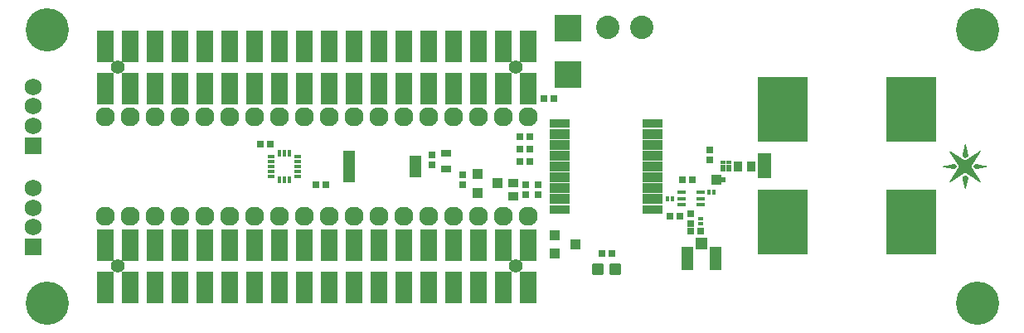
<source format=gts>
G75*
%MOIN*%
%OFA0B0*%
%FSLAX25Y25*%
%IPPOS*%
%LPD*%
%AMOC8*
5,1,8,0,0,1.08239X$1,22.5*
%
%ADD10R,0.02769X0.01784*%
%ADD11R,0.01784X0.02769*%
%ADD12R,0.02769X0.02769*%
%ADD13R,0.04300X0.03900*%
%ADD14C,0.09400*%
%ADD15R,0.10800X0.10800*%
%ADD16C,0.07700*%
%ADD17R,0.06800X0.12800*%
%ADD18C,0.05524*%
%ADD19C,0.01421*%
%ADD20R,0.04343X0.03556*%
%ADD21R,0.07887X0.03556*%
%ADD22R,0.07887X0.03950*%
%ADD23R,0.04737X0.04934*%
%ADD24R,0.04934X0.09461*%
%ADD25R,0.03950X0.03162*%
%ADD26R,0.05524X0.09855*%
%ADD27R,0.20485X0.26391*%
%ADD28R,0.06800X0.06800*%
%ADD29C,0.06800*%
%ADD30R,0.04737X0.08674*%
%ADD31R,0.05131X0.12611*%
%ADD32R,0.04343X0.03950*%
%ADD33R,0.03543X0.01772*%
%ADD34R,0.02178X0.02473*%
%ADD35R,0.02126X0.01339*%
%ADD36R,0.03556X0.04343*%
%ADD37R,0.01784X0.02178*%
%ADD38R,0.02178X0.01784*%
%ADD39C,0.00100*%
%ADD40C,0.17398*%
D10*
X0135595Y0125191D03*
X0135595Y0127159D03*
X0135595Y0129128D03*
X0135595Y0131096D03*
X0135595Y0133065D03*
X0146225Y0133065D03*
X0146225Y0131096D03*
X0146225Y0129128D03*
X0146225Y0127159D03*
X0146225Y0125191D03*
D11*
X0142879Y0123813D03*
X0140910Y0123813D03*
X0138942Y0123813D03*
X0138942Y0134443D03*
X0140910Y0134443D03*
X0142879Y0134443D03*
D12*
X0135253Y0137990D03*
X0131253Y0137990D03*
X0153430Y0121962D03*
X0157430Y0121962D03*
X0200087Y0129769D03*
X0200087Y0133769D03*
X0212422Y0125789D03*
X0212422Y0121789D03*
X0235422Y0131289D03*
X0239422Y0131289D03*
X0239422Y0136297D03*
X0235422Y0136297D03*
X0235422Y0141297D03*
X0239422Y0141297D03*
X0245245Y0156592D03*
X0249245Y0156592D03*
X0242926Y0121793D03*
X0237922Y0121793D03*
X0237922Y0117793D03*
X0242926Y0117793D03*
X0268418Y0094293D03*
X0272418Y0094293D03*
X0295922Y0109293D03*
X0299922Y0109293D03*
X0304122Y0110093D03*
X0304122Y0106093D03*
X0304322Y0102993D03*
X0308322Y0102993D03*
X0304922Y0123793D03*
X0300922Y0123793D03*
X0311922Y0131793D03*
X0311922Y0135793D03*
D13*
X0226422Y0122389D03*
X0218422Y0118589D03*
X0218422Y0126189D03*
D14*
X0270863Y0185293D03*
X0284642Y0185293D03*
D15*
X0254839Y0184673D03*
X0254839Y0166173D03*
D16*
X0238934Y0149128D03*
X0228934Y0149128D03*
X0218934Y0149128D03*
X0208934Y0149128D03*
X0198934Y0149128D03*
X0188934Y0149128D03*
X0178934Y0149128D03*
X0168934Y0149128D03*
X0158934Y0149128D03*
X0148934Y0149128D03*
X0138934Y0149128D03*
X0128934Y0149128D03*
X0118934Y0149128D03*
X0108934Y0149128D03*
X0098934Y0149128D03*
X0088934Y0149128D03*
X0078934Y0149128D03*
X0068934Y0149128D03*
X0068934Y0109128D03*
X0078934Y0109128D03*
X0088934Y0109128D03*
X0098934Y0109128D03*
X0108934Y0109128D03*
X0118934Y0109128D03*
X0128934Y0109128D03*
X0138934Y0109128D03*
X0148934Y0109128D03*
X0158934Y0109128D03*
X0168934Y0109128D03*
X0178934Y0109128D03*
X0188934Y0109128D03*
X0198934Y0109128D03*
X0208934Y0109128D03*
X0218934Y0109128D03*
X0228934Y0109128D03*
X0238934Y0109128D03*
D17*
X0238934Y0097628D03*
X0228934Y0097628D03*
X0218934Y0097628D03*
X0208934Y0097628D03*
X0198934Y0097628D03*
X0188934Y0097628D03*
X0178934Y0097628D03*
X0168934Y0097628D03*
X0158934Y0097628D03*
X0148934Y0097628D03*
X0138934Y0097628D03*
X0128934Y0097628D03*
X0118934Y0097628D03*
X0108934Y0097628D03*
X0098934Y0097628D03*
X0088934Y0097628D03*
X0078934Y0097628D03*
X0068934Y0097628D03*
X0068934Y0080628D03*
X0078934Y0080628D03*
X0088934Y0080628D03*
X0098934Y0080628D03*
X0108934Y0080628D03*
X0118934Y0080628D03*
X0128934Y0080628D03*
X0138934Y0080628D03*
X0148934Y0080628D03*
X0158934Y0080628D03*
X0168934Y0080628D03*
X0178934Y0080628D03*
X0188934Y0080628D03*
X0198934Y0080628D03*
X0208934Y0080628D03*
X0218934Y0080628D03*
X0228934Y0080628D03*
X0238934Y0080628D03*
X0238934Y0160628D03*
X0228934Y0160628D03*
X0218934Y0160628D03*
X0208934Y0160628D03*
X0198934Y0160628D03*
X0188934Y0160628D03*
X0178934Y0160628D03*
X0168934Y0160628D03*
X0158934Y0160628D03*
X0148934Y0160628D03*
X0138934Y0160628D03*
X0128934Y0160628D03*
X0118934Y0160628D03*
X0108934Y0160628D03*
X0098934Y0160628D03*
X0088934Y0160628D03*
X0078934Y0160628D03*
X0068934Y0160628D03*
X0068934Y0177628D03*
X0078934Y0177628D03*
X0088934Y0177628D03*
X0098934Y0177628D03*
X0108934Y0177628D03*
X0118934Y0177628D03*
X0128934Y0177628D03*
X0138934Y0177628D03*
X0148934Y0177628D03*
X0158934Y0177628D03*
X0168934Y0177628D03*
X0178934Y0177628D03*
X0188934Y0177628D03*
X0198934Y0177628D03*
X0208934Y0177628D03*
X0218934Y0177628D03*
X0228934Y0177628D03*
X0238934Y0177628D03*
D18*
X0233934Y0169128D03*
X0233934Y0089128D03*
X0073934Y0089128D03*
X0073934Y0169128D03*
D19*
X0268631Y0089451D02*
X0268631Y0086135D01*
X0265315Y0086135D01*
X0265315Y0089451D01*
X0268631Y0089451D01*
X0268631Y0087555D02*
X0265315Y0087555D01*
X0265315Y0088975D02*
X0268631Y0088975D01*
X0275537Y0089451D02*
X0275537Y0086135D01*
X0272221Y0086135D01*
X0272221Y0089451D01*
X0275537Y0089451D01*
X0275537Y0087555D02*
X0272221Y0087555D01*
X0272221Y0088975D02*
X0275537Y0088975D01*
D20*
X0232926Y0117234D03*
X0232926Y0122352D03*
D21*
X0251638Y0111911D03*
X0289040Y0111911D03*
X0289040Y0146557D03*
X0251638Y0146557D03*
D22*
X0251638Y0142226D03*
X0251638Y0137895D03*
X0251638Y0133565D03*
X0251638Y0129234D03*
X0251638Y0124903D03*
X0251638Y0120573D03*
X0251638Y0116242D03*
X0289040Y0116242D03*
X0289040Y0120573D03*
X0289040Y0124903D03*
X0289040Y0129234D03*
X0289040Y0133565D03*
X0289040Y0137895D03*
X0289040Y0142226D03*
D23*
X0308572Y0098311D03*
D24*
X0314379Y0092297D03*
X0302764Y0092297D03*
D25*
X0205757Y0128120D03*
X0205757Y0134419D03*
D26*
X0333808Y0129403D03*
D27*
X0341288Y0152041D03*
X0392863Y0152041D03*
X0392863Y0106765D03*
X0341288Y0106765D03*
D28*
X0039760Y0096781D03*
X0039760Y0137600D03*
D29*
X0039760Y0145474D03*
X0039760Y0153348D03*
X0039760Y0161222D03*
X0039760Y0120403D03*
X0039760Y0112529D03*
X0039760Y0104655D03*
D30*
X0193420Y0129128D03*
D31*
X0167042Y0129128D03*
D32*
X0249481Y0101533D03*
X0257749Y0097793D03*
X0249481Y0094053D03*
D33*
X0300682Y0113734D03*
X0300682Y0116293D03*
X0300682Y0118852D03*
X0308162Y0118852D03*
X0308162Y0116293D03*
X0308162Y0113734D03*
D34*
X0313453Y0122661D03*
X0315422Y0122661D03*
X0315422Y0124925D03*
X0313453Y0124925D03*
X0317390Y0123793D03*
D35*
X0317241Y0127718D03*
X0317241Y0129293D03*
X0317241Y0130868D03*
X0319603Y0130868D03*
X0319603Y0129293D03*
X0319603Y0127718D03*
D36*
X0323363Y0129293D03*
X0328481Y0129293D03*
D37*
X0313406Y0118843D03*
X0311438Y0118843D03*
X0296906Y0116293D03*
X0294938Y0116293D03*
D38*
X0308322Y0108177D03*
X0308322Y0106209D03*
D39*
X0405622Y0129293D02*
X0410222Y0130193D01*
X0410822Y0129293D01*
X0410222Y0128393D01*
X0405622Y0129293D01*
X0405758Y0129320D02*
X0410804Y0129320D01*
X0410774Y0129221D02*
X0405989Y0129221D01*
X0406262Y0129418D02*
X0410738Y0129418D01*
X0410673Y0129517D02*
X0406765Y0129517D01*
X0406493Y0129123D02*
X0410708Y0129123D01*
X0410643Y0129024D02*
X0406996Y0129024D01*
X0407500Y0128926D02*
X0410577Y0128926D01*
X0410511Y0128827D02*
X0408003Y0128827D01*
X0408507Y0128729D02*
X0410446Y0128729D01*
X0410380Y0128630D02*
X0409010Y0128630D01*
X0409514Y0128532D02*
X0410314Y0128532D01*
X0410249Y0128433D02*
X0410017Y0128433D01*
X0410607Y0129615D02*
X0407269Y0129615D01*
X0407772Y0129714D02*
X0410541Y0129714D01*
X0410476Y0129812D02*
X0408276Y0129812D01*
X0408779Y0129911D02*
X0410410Y0129911D01*
X0410344Y0130009D02*
X0409283Y0130009D01*
X0409786Y0130108D02*
X0410279Y0130108D01*
X0411232Y0130699D02*
X0417498Y0130699D01*
X0417559Y0130797D02*
X0411169Y0130797D01*
X0411107Y0130896D02*
X0417620Y0130896D01*
X0417682Y0130994D02*
X0411044Y0130994D01*
X0410982Y0131093D02*
X0417743Y0131093D01*
X0417805Y0131191D02*
X0410920Y0131191D01*
X0410857Y0131290D02*
X0417866Y0131290D01*
X0417927Y0131388D02*
X0410795Y0131388D01*
X0410732Y0131487D02*
X0417989Y0131487D01*
X0418050Y0131585D02*
X0414564Y0131585D01*
X0414422Y0131493D02*
X0408322Y0135293D01*
X0412122Y0129293D01*
X0408322Y0123093D01*
X0414422Y0127093D01*
X0420622Y0122993D01*
X0416622Y0129293D01*
X0420422Y0135393D01*
X0414422Y0131493D01*
X0414274Y0131585D02*
X0410670Y0131585D01*
X0410608Y0131684D02*
X0414115Y0131684D01*
X0413957Y0131782D02*
X0410545Y0131782D01*
X0410483Y0131881D02*
X0413799Y0131881D01*
X0413641Y0131979D02*
X0410420Y0131979D01*
X0410358Y0132078D02*
X0413483Y0132078D01*
X0413325Y0132176D02*
X0410296Y0132176D01*
X0410233Y0132275D02*
X0413167Y0132275D01*
X0413008Y0132373D02*
X0410171Y0132373D01*
X0410109Y0132472D02*
X0412850Y0132472D01*
X0412692Y0132571D02*
X0410046Y0132571D01*
X0409984Y0132669D02*
X0412534Y0132669D01*
X0412376Y0132768D02*
X0409921Y0132768D01*
X0409859Y0132866D02*
X0412218Y0132866D01*
X0412060Y0132965D02*
X0409797Y0132965D01*
X0409734Y0133063D02*
X0411902Y0133063D01*
X0411743Y0133162D02*
X0409672Y0133162D01*
X0409609Y0133260D02*
X0411585Y0133260D01*
X0411427Y0133359D02*
X0409547Y0133359D01*
X0409485Y0133457D02*
X0411269Y0133457D01*
X0411111Y0133556D02*
X0409422Y0133556D01*
X0409360Y0133654D02*
X0410953Y0133654D01*
X0410795Y0133753D02*
X0409297Y0133753D01*
X0409235Y0133851D02*
X0410636Y0133851D01*
X0410478Y0133950D02*
X0409173Y0133950D01*
X0409110Y0134048D02*
X0410320Y0134048D01*
X0410162Y0134147D02*
X0409048Y0134147D01*
X0408985Y0134245D02*
X0410004Y0134245D01*
X0409846Y0134344D02*
X0408923Y0134344D01*
X0408861Y0134442D02*
X0409688Y0134442D01*
X0409529Y0134541D02*
X0408798Y0134541D01*
X0408736Y0134639D02*
X0409371Y0134639D01*
X0409213Y0134738D02*
X0408674Y0134738D01*
X0408611Y0134836D02*
X0409055Y0134836D01*
X0408897Y0134935D02*
X0408549Y0134935D01*
X0408486Y0135033D02*
X0408739Y0135033D01*
X0408581Y0135132D02*
X0408424Y0135132D01*
X0408423Y0135230D02*
X0408362Y0135230D01*
X0413564Y0134147D02*
X0415280Y0134147D01*
X0415258Y0134245D02*
X0413585Y0134245D01*
X0413607Y0134344D02*
X0415237Y0134344D01*
X0415216Y0134442D02*
X0413628Y0134442D01*
X0413650Y0134541D02*
X0415194Y0134541D01*
X0415173Y0134639D02*
X0413671Y0134639D01*
X0413693Y0134738D02*
X0415151Y0134738D01*
X0415130Y0134836D02*
X0413714Y0134836D01*
X0413735Y0134935D02*
X0415108Y0134935D01*
X0415087Y0135033D02*
X0413757Y0135033D01*
X0413778Y0135132D02*
X0415066Y0135132D01*
X0415044Y0135230D02*
X0413800Y0135230D01*
X0413821Y0135329D02*
X0415023Y0135329D01*
X0415001Y0135427D02*
X0413842Y0135427D01*
X0413864Y0135526D02*
X0414980Y0135526D01*
X0414959Y0135624D02*
X0413885Y0135624D01*
X0413907Y0135723D02*
X0414937Y0135723D01*
X0414916Y0135821D02*
X0413928Y0135821D01*
X0413950Y0135920D02*
X0414894Y0135920D01*
X0414873Y0136018D02*
X0413971Y0136018D01*
X0413992Y0136117D02*
X0414852Y0136117D01*
X0414830Y0136215D02*
X0414014Y0136215D01*
X0414035Y0136314D02*
X0414809Y0136314D01*
X0414787Y0136412D02*
X0414057Y0136412D01*
X0414078Y0136511D02*
X0414766Y0136511D01*
X0414744Y0136609D02*
X0414099Y0136609D01*
X0414121Y0136708D02*
X0414723Y0136708D01*
X0414702Y0136807D02*
X0414142Y0136807D01*
X0414164Y0136905D02*
X0414680Y0136905D01*
X0414659Y0137004D02*
X0414185Y0137004D01*
X0414206Y0137102D02*
X0414637Y0137102D01*
X0414616Y0137201D02*
X0414228Y0137201D01*
X0414249Y0137299D02*
X0414595Y0137299D01*
X0414573Y0137398D02*
X0414271Y0137398D01*
X0414292Y0137496D02*
X0414552Y0137496D01*
X0414530Y0137595D02*
X0414314Y0137595D01*
X0414335Y0137693D02*
X0414509Y0137693D01*
X0414487Y0137792D02*
X0414356Y0137792D01*
X0414378Y0137890D02*
X0414466Y0137890D01*
X0414445Y0137989D02*
X0414399Y0137989D01*
X0414421Y0138087D02*
X0414423Y0138087D01*
X0414422Y0138093D02*
X0415422Y0133493D01*
X0414422Y0132893D01*
X0413422Y0133493D01*
X0414422Y0138093D01*
X0418656Y0134245D02*
X0419707Y0134245D01*
X0419646Y0134147D02*
X0418505Y0134147D01*
X0418353Y0134048D02*
X0419584Y0134048D01*
X0419523Y0133950D02*
X0418201Y0133950D01*
X0418050Y0133851D02*
X0419461Y0133851D01*
X0419400Y0133753D02*
X0417898Y0133753D01*
X0417747Y0133654D02*
X0419339Y0133654D01*
X0419277Y0133556D02*
X0417595Y0133556D01*
X0417444Y0133457D02*
X0419216Y0133457D01*
X0419155Y0133359D02*
X0417292Y0133359D01*
X0417141Y0133260D02*
X0419093Y0133260D01*
X0419032Y0133162D02*
X0416989Y0133162D01*
X0416837Y0133063D02*
X0418970Y0133063D01*
X0418909Y0132965D02*
X0416686Y0132965D01*
X0416534Y0132866D02*
X0418848Y0132866D01*
X0418786Y0132768D02*
X0416383Y0132768D01*
X0416231Y0132669D02*
X0418725Y0132669D01*
X0418664Y0132571D02*
X0416080Y0132571D01*
X0415928Y0132472D02*
X0418602Y0132472D01*
X0418541Y0132373D02*
X0415777Y0132373D01*
X0415625Y0132275D02*
X0418480Y0132275D01*
X0418418Y0132176D02*
X0415473Y0132176D01*
X0415322Y0132078D02*
X0418357Y0132078D01*
X0418295Y0131979D02*
X0415170Y0131979D01*
X0415019Y0131881D02*
X0418234Y0131881D01*
X0418173Y0131782D02*
X0414867Y0131782D01*
X0414716Y0131684D02*
X0418111Y0131684D01*
X0417436Y0130600D02*
X0411294Y0130600D01*
X0411356Y0130502D02*
X0417375Y0130502D01*
X0417314Y0130403D02*
X0411419Y0130403D01*
X0411481Y0130305D02*
X0417252Y0130305D01*
X0417191Y0130206D02*
X0411544Y0130206D01*
X0411606Y0130108D02*
X0417129Y0130108D01*
X0417068Y0130009D02*
X0411668Y0130009D01*
X0411731Y0129911D02*
X0417007Y0129911D01*
X0416945Y0129812D02*
X0411793Y0129812D01*
X0411855Y0129714D02*
X0416884Y0129714D01*
X0416823Y0129615D02*
X0411918Y0129615D01*
X0411980Y0129517D02*
X0416761Y0129517D01*
X0416700Y0129418D02*
X0412043Y0129418D01*
X0412105Y0129320D02*
X0416639Y0129320D01*
X0416668Y0129221D02*
X0412078Y0129221D01*
X0412018Y0129123D02*
X0416730Y0129123D01*
X0416793Y0129024D02*
X0411957Y0129024D01*
X0411897Y0128926D02*
X0416855Y0128926D01*
X0416918Y0128827D02*
X0411836Y0128827D01*
X0411776Y0128729D02*
X0416980Y0128729D01*
X0417043Y0128630D02*
X0411716Y0128630D01*
X0411655Y0128532D02*
X0417105Y0128532D01*
X0417168Y0128433D02*
X0411595Y0128433D01*
X0411534Y0128335D02*
X0417230Y0128335D01*
X0417293Y0128236D02*
X0411474Y0128236D01*
X0411414Y0128138D02*
X0417356Y0128138D01*
X0417418Y0128039D02*
X0411353Y0128039D01*
X0411293Y0127940D02*
X0417481Y0127940D01*
X0417543Y0127842D02*
X0411233Y0127842D01*
X0411172Y0127743D02*
X0417606Y0127743D01*
X0417668Y0127645D02*
X0411112Y0127645D01*
X0411051Y0127546D02*
X0417731Y0127546D01*
X0417793Y0127448D02*
X0410991Y0127448D01*
X0410931Y0127349D02*
X0417856Y0127349D01*
X0417918Y0127251D02*
X0410870Y0127251D01*
X0410810Y0127152D02*
X0417981Y0127152D01*
X0418044Y0127054D02*
X0414481Y0127054D01*
X0414362Y0127054D02*
X0410750Y0127054D01*
X0410689Y0126955D02*
X0414212Y0126955D01*
X0414062Y0126857D02*
X0410629Y0126857D01*
X0410568Y0126758D02*
X0413912Y0126758D01*
X0413761Y0126660D02*
X0410508Y0126660D01*
X0410448Y0126561D02*
X0413611Y0126561D01*
X0413461Y0126463D02*
X0410387Y0126463D01*
X0410327Y0126364D02*
X0413311Y0126364D01*
X0413160Y0126266D02*
X0410267Y0126266D01*
X0410206Y0126167D02*
X0413010Y0126167D01*
X0412860Y0126069D02*
X0410146Y0126069D01*
X0410085Y0125970D02*
X0412710Y0125970D01*
X0412560Y0125872D02*
X0410025Y0125872D01*
X0409965Y0125773D02*
X0412409Y0125773D01*
X0412259Y0125675D02*
X0409904Y0125675D01*
X0409844Y0125576D02*
X0412109Y0125576D01*
X0411959Y0125478D02*
X0409784Y0125478D01*
X0409723Y0125379D02*
X0411808Y0125379D01*
X0411658Y0125281D02*
X0409663Y0125281D01*
X0409602Y0125182D02*
X0411508Y0125182D01*
X0411358Y0125084D02*
X0409542Y0125084D01*
X0409482Y0124985D02*
X0411207Y0124985D01*
X0411057Y0124887D02*
X0409421Y0124887D01*
X0409361Y0124788D02*
X0410907Y0124788D01*
X0410757Y0124690D02*
X0409300Y0124690D01*
X0409240Y0124591D02*
X0410607Y0124591D01*
X0410456Y0124493D02*
X0409180Y0124493D01*
X0409119Y0124394D02*
X0410306Y0124394D01*
X0410156Y0124296D02*
X0409059Y0124296D01*
X0408999Y0124197D02*
X0410006Y0124197D01*
X0409855Y0124099D02*
X0408938Y0124099D01*
X0408878Y0124000D02*
X0409705Y0124000D01*
X0409555Y0123902D02*
X0408817Y0123902D01*
X0408757Y0123803D02*
X0409405Y0123803D01*
X0409254Y0123705D02*
X0408697Y0123705D01*
X0408636Y0123606D02*
X0409104Y0123606D01*
X0408954Y0123507D02*
X0408576Y0123507D01*
X0408516Y0123409D02*
X0408804Y0123409D01*
X0408654Y0123310D02*
X0408455Y0123310D01*
X0408503Y0123212D02*
X0408395Y0123212D01*
X0408353Y0123113D02*
X0408334Y0123113D01*
X0413558Y0124296D02*
X0415286Y0124296D01*
X0415309Y0124394D02*
X0413535Y0124394D01*
X0413513Y0124493D02*
X0415331Y0124493D01*
X0415353Y0124591D02*
X0413491Y0124591D01*
X0413468Y0124690D02*
X0415376Y0124690D01*
X0415398Y0124788D02*
X0413446Y0124788D01*
X0413423Y0124887D02*
X0415420Y0124887D01*
X0415422Y0124893D02*
X0414422Y0125593D01*
X0413422Y0124893D01*
X0414422Y0120493D01*
X0415422Y0124893D01*
X0415290Y0124985D02*
X0413554Y0124985D01*
X0413694Y0125084D02*
X0415150Y0125084D01*
X0415009Y0125182D02*
X0413835Y0125182D01*
X0413976Y0125281D02*
X0414868Y0125281D01*
X0414727Y0125379D02*
X0414116Y0125379D01*
X0414257Y0125478D02*
X0414587Y0125478D01*
X0414446Y0125576D02*
X0414398Y0125576D01*
X0415077Y0126660D02*
X0418294Y0126660D01*
X0418231Y0126758D02*
X0414928Y0126758D01*
X0414779Y0126857D02*
X0418169Y0126857D01*
X0418106Y0126955D02*
X0414630Y0126955D01*
X0415226Y0126561D02*
X0418356Y0126561D01*
X0418419Y0126463D02*
X0415375Y0126463D01*
X0415524Y0126364D02*
X0418481Y0126364D01*
X0418544Y0126266D02*
X0415673Y0126266D01*
X0415822Y0126167D02*
X0418606Y0126167D01*
X0418669Y0126069D02*
X0415971Y0126069D01*
X0416120Y0125970D02*
X0418732Y0125970D01*
X0418794Y0125872D02*
X0416269Y0125872D01*
X0416418Y0125773D02*
X0418857Y0125773D01*
X0418919Y0125675D02*
X0416567Y0125675D01*
X0416716Y0125576D02*
X0418982Y0125576D01*
X0419044Y0125478D02*
X0416865Y0125478D01*
X0417013Y0125379D02*
X0419107Y0125379D01*
X0419169Y0125281D02*
X0417162Y0125281D01*
X0417311Y0125182D02*
X0419232Y0125182D01*
X0419295Y0125084D02*
X0417460Y0125084D01*
X0417609Y0124985D02*
X0419357Y0124985D01*
X0419420Y0124887D02*
X0417758Y0124887D01*
X0417907Y0124788D02*
X0419482Y0124788D01*
X0419545Y0124690D02*
X0418056Y0124690D01*
X0418205Y0124591D02*
X0419607Y0124591D01*
X0419670Y0124493D02*
X0418354Y0124493D01*
X0418503Y0124394D02*
X0419732Y0124394D01*
X0419795Y0124296D02*
X0418652Y0124296D01*
X0418801Y0124197D02*
X0419857Y0124197D01*
X0419920Y0124099D02*
X0418950Y0124099D01*
X0419099Y0124000D02*
X0419983Y0124000D01*
X0420045Y0123902D02*
X0419248Y0123902D01*
X0419397Y0123803D02*
X0420108Y0123803D01*
X0420170Y0123705D02*
X0419546Y0123705D01*
X0419695Y0123606D02*
X0420233Y0123606D01*
X0420295Y0123507D02*
X0419844Y0123507D01*
X0419993Y0123409D02*
X0420358Y0123409D01*
X0420420Y0123310D02*
X0420142Y0123310D01*
X0420291Y0123212D02*
X0420483Y0123212D01*
X0420440Y0123113D02*
X0420545Y0123113D01*
X0420589Y0123015D02*
X0420608Y0123015D01*
X0415264Y0124197D02*
X0413580Y0124197D01*
X0413602Y0124099D02*
X0415241Y0124099D01*
X0415219Y0124000D02*
X0413625Y0124000D01*
X0413647Y0123902D02*
X0415197Y0123902D01*
X0415174Y0123803D02*
X0413670Y0123803D01*
X0413692Y0123705D02*
X0415152Y0123705D01*
X0415129Y0123606D02*
X0413714Y0123606D01*
X0413737Y0123507D02*
X0415107Y0123507D01*
X0415085Y0123409D02*
X0413759Y0123409D01*
X0413782Y0123310D02*
X0415062Y0123310D01*
X0415040Y0123212D02*
X0413804Y0123212D01*
X0413826Y0123113D02*
X0415017Y0123113D01*
X0414995Y0123015D02*
X0413849Y0123015D01*
X0413871Y0122916D02*
X0414973Y0122916D01*
X0414950Y0122818D02*
X0413894Y0122818D01*
X0413916Y0122719D02*
X0414928Y0122719D01*
X0414906Y0122621D02*
X0413938Y0122621D01*
X0413961Y0122522D02*
X0414883Y0122522D01*
X0414861Y0122424D02*
X0413983Y0122424D01*
X0414005Y0122325D02*
X0414838Y0122325D01*
X0414816Y0122227D02*
X0414028Y0122227D01*
X0414050Y0122128D02*
X0414794Y0122128D01*
X0414771Y0122030D02*
X0414073Y0122030D01*
X0414095Y0121931D02*
X0414749Y0121931D01*
X0414726Y0121833D02*
X0414117Y0121833D01*
X0414140Y0121734D02*
X0414704Y0121734D01*
X0414682Y0121636D02*
X0414162Y0121636D01*
X0414185Y0121537D02*
X0414659Y0121537D01*
X0414637Y0121439D02*
X0414207Y0121439D01*
X0414229Y0121340D02*
X0414614Y0121340D01*
X0414592Y0121242D02*
X0414252Y0121242D01*
X0414274Y0121143D02*
X0414570Y0121143D01*
X0414547Y0121045D02*
X0414297Y0121045D01*
X0414319Y0120946D02*
X0414525Y0120946D01*
X0414503Y0120848D02*
X0414341Y0120848D01*
X0414364Y0120749D02*
X0414480Y0120749D01*
X0414458Y0120651D02*
X0414386Y0120651D01*
X0414408Y0120552D02*
X0414435Y0120552D01*
X0418622Y0128393D02*
X0423022Y0129293D01*
X0418622Y0130193D01*
X0418022Y0129293D01*
X0418622Y0128393D01*
X0418595Y0128433D02*
X0418818Y0128433D01*
X0418530Y0128532D02*
X0419299Y0128532D01*
X0419781Y0128630D02*
X0418464Y0128630D01*
X0418398Y0128729D02*
X0420263Y0128729D01*
X0420744Y0128827D02*
X0418333Y0128827D01*
X0418267Y0128926D02*
X0421226Y0128926D01*
X0421707Y0129024D02*
X0418201Y0129024D01*
X0418135Y0129123D02*
X0422189Y0129123D01*
X0422410Y0129418D02*
X0418105Y0129418D01*
X0418040Y0129320D02*
X0422892Y0129320D01*
X0422671Y0129221D02*
X0418070Y0129221D01*
X0418171Y0129517D02*
X0421928Y0129517D01*
X0421447Y0129615D02*
X0418237Y0129615D01*
X0418302Y0129714D02*
X0420965Y0129714D01*
X0420484Y0129812D02*
X0418368Y0129812D01*
X0418434Y0129911D02*
X0420002Y0129911D01*
X0419520Y0130009D02*
X0418499Y0130009D01*
X0418565Y0130108D02*
X0419039Y0130108D01*
X0415362Y0133457D02*
X0413482Y0133457D01*
X0413436Y0133556D02*
X0415408Y0133556D01*
X0415387Y0133654D02*
X0413457Y0133654D01*
X0413478Y0133753D02*
X0415365Y0133753D01*
X0415344Y0133851D02*
X0413500Y0133851D01*
X0413521Y0133950D02*
X0415323Y0133950D01*
X0415301Y0134048D02*
X0413543Y0134048D01*
X0413646Y0133359D02*
X0415198Y0133359D01*
X0415034Y0133260D02*
X0413810Y0133260D01*
X0413974Y0133162D02*
X0414870Y0133162D01*
X0414705Y0133063D02*
X0414138Y0133063D01*
X0414303Y0132965D02*
X0414541Y0132965D01*
X0418808Y0134344D02*
X0419768Y0134344D01*
X0419830Y0134442D02*
X0418959Y0134442D01*
X0419111Y0134541D02*
X0419891Y0134541D01*
X0419952Y0134639D02*
X0419262Y0134639D01*
X0419414Y0134738D02*
X0420014Y0134738D01*
X0420075Y0134836D02*
X0419565Y0134836D01*
X0419717Y0134935D02*
X0420136Y0134935D01*
X0420198Y0135033D02*
X0419869Y0135033D01*
X0420020Y0135132D02*
X0420259Y0135132D01*
X0420321Y0135230D02*
X0420172Y0135230D01*
X0420323Y0135329D02*
X0420382Y0135329D01*
D40*
X0045666Y0074041D03*
X0045666Y0184277D03*
X0419646Y0184277D03*
X0419682Y0074041D03*
M02*

</source>
